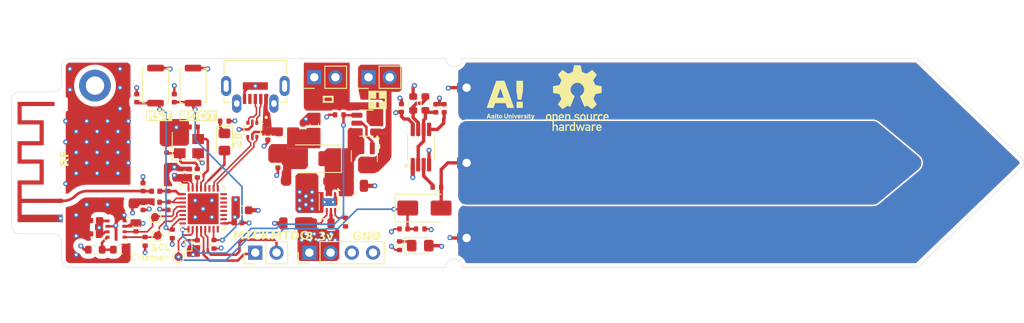
<source format=kicad_pcb>
(kicad_pcb (version 20240108) (generator "pcbnew") (generator_version "8.0")
  (layers (0 "F.Cu" signal) (1 "In1.Cu" signal) (2 "In2.Cu" signal) (31 "B.Cu" signal) (34 "B.Paste" user) (35 "F.Paste" user) (36 "B.SilkS" user "B.Silkscreen") (37 "F.SilkS" user "F.Silkscreen") (38 "B.Mask" user) (39 "F.Mask" user) (44 "Edge.Cuts" user))
  (net 0 "")
  (net 1 "Net-(AE1-A)")
  (net 2 "GND")
  (net 3 "/PWR/LOAD")
  (net 4 "+5V")
  (net 5 "+3.3V")
  (net 6 "Net-(U4-GPIO9)")
  (net 7 "Net-(U4-XTAL_N)")
  (net 8 "Net-(C9-Pad2)")
  (net 9 "+3.3VA")
  (net 10 "Net-(U4-LNA_IN)")
  (net 11 "Net-(U4-CHIP_EN)")
  (net 12 "Net-(D2-K)")
  (net 13 "/MCU/DEBUG")
  (net 14 "Net-(D4-K)")
  (net 15 "/MCU/CAP_TIMER")
  (net 16 "/Sensors/sensor_cap")
  (net 17 "+BATT")
  (net 18 "Net-(J5-Pin_2)")
  (net 19 "Net-(J5-Pin_1)")
  (net 20 "Net-(U2-SW)")
  (net 21 "Net-(Q1-G)")
  (net 22 "/MCU/Battery_stat")
  (net 23 "Net-(U2-PG)")
  (net 24 "Net-(U4-XTAL_P)")
  (net 25 "/MCU/SCL")
  (net 26 "/MCU/SDA")
  (net 27 "Net-(U5-SDO)")
  (net 31 "/MCU/USB_D-")
  (net 39 "/MCU/USB_D+")
  (net 40 "/Sensors/Q")
  (net 41 "Net-(U7-CV)")
  (net 42 "Net-(U7-THR)")
  (net 43 "Net-(U7-DIS)")
  (net 46 "VBUS")
  (net 48 "/PWR/D+")
  (net 49 "/PWR/D-")
  (footprint "Capacitor_SMD:C_0402_1005Metric" (layer "F.Cu") (at 140.9425 120.4125)
    (property "Reference" "C26" (hide yes))
    (property "Value" "1n")
  )
  (footprint "Diode_SMD:D_SOD-923" (layer "F.Cu") (at 115.2 122.2 90)
    (property "Reference" "D3" (hide yes))
    (property "Value" "SZESD9B5.0ST5G")
  )
  (footprint "Package_DFN_QFN:QFN-32-1EP_5x5mm_P0.5mm_EP3.7x3.7mm" (layer "F.Cu") (at 116.95 118)
    (property "Reference" "U4" (hide yes))
    (property "Value" "ESP32-C3FH4X")
  )
  (footprint "Package_SO:VSSOP-8_3x3mm_P0.65mm" (layer "F.Cu") (at 143.025 110.6125 90)
    (property "Reference" "U7" (hide yes))
    (property "Value" "TLC555xPS")
  )
  (footprint "Connector_PinHeader_2.54mm:PinHeader_1x02_P2.54mm_Vertical" (layer "F.Cu") (at 123.195 123.25 90)
    (property "Reference" "J5" (hide yes))
    (property "Value" "Conn_01x02")
  )
  (footprint "Capacitor_SMD:C_0603_1608Metric" (layer "F.Cu") (at 130.25 108 90)
    (property "Reference" "C5" (hide yes))
    (property "Value" "10u")
  )
  (footprint "LED_SMD:LED_0805_2012Metric_Pad1.15x1.40mm_HandSolder" (layer "F.Cu") (at 142.9425 122.4125)
    (property "Reference" "D2" (hide yes))
    (property "Value" "LED")
  )
  (footprint "Capacitor_SMD:C_0402_1005Metric" (layer "F.Cu") (at 144.8075 105.9625 90)
    (property "Reference" "C25" (hide yes))
    (property "Value" "470p")
  )
  (footprint "Capacitor_SMD:C_0805_2012Metric" (layer "F.Cu") (at 127.5 119.75 180)
    (property "Reference" "C6" (hide yes))
    (property "Value" "22u")
  )
  (footprint "Capacitor_SMD:C_0805_2012Metric" (layer "F.Cu") (at 135.25 115.25)
    (property "Reference" "C1" (hide yes))
    (property "Value" "22u")
  )
  (footprint "Capacitor_SMD:C_0603_1608Metric" (layer "F.Cu") (at 131 114.7 180)
    (property "Reference" "C2" (hide yes))
    (property "Value" "10u")
  )
  (footprint "Diode_SMD:D_SMA" (layer "F.Cu") (at 143.4425 117.9125)
    (property "Reference" "D5" (hide yes))
    (property "Value" "SS14")
  )
  (footprint "Connector_PinHeader_2.54mm:PinHeader_1x04_P2.54mm_Vertical" (layer "F.Cu") (at 129.67 123.25 90)
    (property "Reference" "J3" (hide yes))
    (property "Value" "Conn_01x04")
  )
  (footprint "Resistor_SMD:R_0402_1005Metric" (layer "F.Cu") (at 119.5 107.5)
    (property "Reference" "R10" (hide yes))
    (property "Value" "1k")
  )
  (footprint "Resistor_SMD:R_0402_1005Metric" (layer "F.Cu") (at 116.25 113.74 90)
    (property "Reference" "R7" (hide yes))
    (property "Value" "10")
  )
  (footprint "Resistor_SMD:R_0603_1608Metric" (layer "F.Cu") (at 142.0925 105.3875 90)
    (property "Reference" "R14" (hide yes))
    (property "Value" "330")
  )
  (footprint "Resistor_SMD:R_0402_1005Metric" (layer "F.Cu") (at 113.25 121 90)
    (property "Reference" "R11" (hide yes))
    (property "Value" "5.1k")
  )
  (footprint "UJ2-MIBH2-4-SMT-TR:CUI_UJ2-MIBH2-4-SMT-TR" (layer "F.Cu") (at 123.2 102.75 180)
    (property "Reference" "J4" (hide yes))
    (property "Value" "UJ2-MIBH2-4-SMT-TR")
  )
  (footprint "Capacitor_SMD:C_0402_1005Metric" (layer "F.Cu") (at 112.75 117.655 -90)
    (property "Reference" "C12" (hide yes))
    (property "Value" "100n")
  )
  (footprint "Project_Library:Moisture_sensor_pads" (layer "F.Cu") (at 147.5 125 90)
    (property "Reference" "S1" (hide yes))
    (property "Value" "~")
  )
  (footprint "Capacitor_SMD:C_0402_1005Metric" (layer "F.Cu") (at 114.25 113.73 90)
    (property "Reference" "C18" (hide yes))
    (property "Value" "100n")
  )
  (footprint "RF_Antenna:Texas_SWRA117D_2.4GHz_Right" (layer "F.Cu") (at 99.875 117.05 90)
    (property "Reference" "AE1" (hide yes))
    (property "Value" "Antenna_Shield")
  )
  (footprint "Package_TO_SOT_SMD:SOT-23" (layer "F.Cu") (at 136.25 111.6875 -90)
    (property "Reference" "Q1" (hide yes))
    (property "Value" "AO3401A")
  )
  (footprint "silkscreen-pictures:aalto" (layer "F.Cu") (at 153.75 105)
    (property "Reference" "G***" (hide yes))
    (property "Value" "LOGO" (hide yes))
  )
  (footprint "Button_Switch_SMD:SW_Push_SPST_NO_Alps_SKRK" (layer "F.Cu") (at 115.75 103.25 90)
    (property "Reference" "SW1" (hide yes))
    (property "Value" "Boot")
  )
  (footprint "Resistor_SMD:R_0402_1005Metric" (layer "F.Cu") (at 134 119.6 90)
    (property "Reference" "R4" (hide yes))
    (property "Value" "100k")
  )
  (footprint "Resistor_SMD:R_0603_1608Metric" (layer "F.Cu") (at 143.5575 105.3875 -90)
    (property "Reference" "R16" (hide yes))
    (property "Value" "1.6k")
  )
  (footprint "TestPoint:TestPoint_Pad_D1.0mm" (layer "F.Cu") (at 111.2 119 90)
    (property "Reference" "TP1" (hide yes))
    (property "Value" "TestPoint")
  )
  (footprint "Resistor_SMD:R_0402_1005Metric" (layer "F.Cu") (at 108.9 120.2 -90)
    (property "Reference" "R8" (hide yes))
    (property "Value" "4.7k")
  )
  (footprint "Package_TO_SOT_SMD:SOT-666" (layer "F.Cu") (at 122.8375 108.55 -90)
    (property "Reference" "U3" (hide yes))
    (property "Value" "USBLC6-2P6")
  )
  (footprint "Capacitor_SMD:C_0402_1005Metric" (layer "F.Cu") (at 112.75 115.405 90)
    (property "Reference" "C15" (hide yes))
    (property "Value" "3.3p")
  )
  (footprint "MountingHole:MountingHole_2.2mm_M2_DIN965_Pad" (layer "F.Cu") (at 104 103.25 90)
    (property "Reference" "H1" (hide yes))
    (property "Value" "MountingHole")
  )
  (footprint "Capacitor_SMD:C_0402_1005Metric" (layer "F.Cu") (at 112.6 110.8 -90)
    (property "Reference" "C9" (hide yes))
    (property "Value" "9p")
  )
  (footprint "Capacitor_SMD:C_0402_1005Metric" (layer "F.Cu") (at 128.9 108.37 90)
    (property "Reference" "C4" (hide yes))
    (property "Value" "100n")
  )
  (footprint "Capacitor_SMD:C_0402_1005Metric" (layer "F.Cu") (at 115.8 108.2)
    (property "Reference" "C8" (hide yes))
    (property "Value" "9p")
  )
  (footprint "Capacitor_SMD:C_0402_1005Metric" (layer "F.Cu") (at 104 119.4 180)
    (property "Reference" "C22" (hide yes))
    (property "Value" "100n")
  )
  (footprint "Capacitor_SMD:C_0402_1005Metric" (layer "F.Cu") (at 140.6925 105.9325 90)
    (property "Reference" "C24" (hide yes))
    (property "Value" "100n")
  )
  (footprint "Capacitor_SMD:C_0402_1005Metric" (layer "F.Cu") (at 113.5 104.75 -90)
    (property "Reference" "C7" (hide yes))
    (property "Value" "100n")
  )
  (footprint "Capacitor_SMD:C_0402_1005Metric" (layer "F.Cu") (at 115.25 113.73 90)
    (property "Reference" "C19" (hide yes))
    (property "Value" "100n")
  )
  (footprint "Button_Switch_SMD:SW_Push_SPST_NO_Alps_SKRK" (layer "F.Cu") (at 111.25 103.25 90)
    (property "Reference" "SW2" (hide yes))
    (property "Value" "Reset")
  )
  (footprint "TestPoint:TestPoint_Pad_D1.0mm" (layer "F.Cu") (at 111.5 121.2 90)
    (property "Reference" "TP2" (hide yes))
    (property "Value" "TestPoint")
  )
  (footprint "Inductor_SMD:L_0603_1608Metric" (layer "F.Cu") (at 126.8 108.85)
    (property "Reference" "L1" (hide yes))
    (property "Value" "2.2n")
  )
  (footprint "Capacitor_SMD:C_0402_1005Metric" (layer "F.Cu") (at 109 104.75 90)
    (property "Reference" "C20" (hide yes))
    (property "Value" "100n")
  )
  (footprint "Package_SON:WSON-8-1EP_2x2mm_P0.5mm_EP0.9x1.6mm_ThermalVias" (layer "F.Cu") (at 132 117.2 -90)
    (property "Reference" "U2" (hide yes))
    (property "Value" "TPS62172DSG")
  )
  (footprint "Resistor_SMD:R_0402_1005Metric" (layer "F.Cu") (at 142.9425 120.4125 180)
    (property "Reference" "R17" (hide yes))
    (property "Value" "1M")
  )
  (footprint "Resistor_SMD:R_0603_1608Metric" (layer "F.Cu") (at 104.025 122.9)
    (property "Reference" "R12" (hide yes))
    (property "Value" "0")
  )
  (footprint "Package_LGA:Bosch_LGA-8_2.5x2.5mm_P0.65mm_ClockwisePinNumbering" (layer "F.Cu") (at 106.525 120.425 -90)
    (property "Reference" "U5" (hide yes))
    (property "Value" "BME280")
  )
  (footprint "Capacitor_SMD:C_0402_1005Metric" (layer "F.Cu") (at 104 121 180)
    (property "Reference" "C21" (hide yes))
    (property "Value" "100n")
  )
  (footprint "Capacitor_SMD:C_0402_1005Metric" (layer "F.Cu") (at 116.25 122.25 -90)
    (property "Reference" "C16" (hide yes))
    (property "Value" "100n")
  )
  (footprint "Capacitor_SMD:C_0402_1005Metric" (layer "F.Cu") (at 124.7 109.25 -90)
    (property "Reference" "C3" (hide yes))
    (property "Value" "100n")
  )
  (footprint "Resistor_SMD:R_0402_1005Metric" (layer "F.Cu") (at 140.4675 122.4225 -90)
    (property "Reference" "R5" (hide yes))
    (property "Value" "1k")
  )
  (footprint "TestPoint:TestPoint_Pad_D1.0mm" (layer "F.Cu") (at 114 123.75)
    (property "Reference" "TP3" (hide yes))
    (property "Value" "TestPoint")
  )
  (footprint "silkscreen-pictures:open_source" (layer "F.Cu") (at 161.75 104.75)
    (property "Reference" "G***" (hide yes))
    (property "Value" "LOGO" (hide yes))
  )
  (footprint "Resistor_SMD:R_0402_1005Metric" (layer "F.Cu") (at 110 121.9 90)
    (property "Reference" "R9" (hide yes))
    (property "Value" "4.7k")
  )
  (footprint "Capacitor_SMD:C_0603_1608Metric" (layer "F.Cu") (at 107.7 117.4 180)
    (property "Reference" "C10" (hide yes))
    (property "Value" "10u")
  )
  (footprint "Package_TO_SOT_SMD:TSOT-23-6" (layer "F.Cu") (at 136.5 107.75 180)
    (property "Reference" "U1" (hide yes))
    (property "Value" "LTC4412xS6")
  )
  (footprint "Capacitor_SMD:C_0603_1608Metric" (layer "F.Cu") (at 127.8 114.7)
    (property "Reference" "C5" (hide yes))
    (property "Value" "10u")
  )
  (footprint "Resistor_SMD:R_0402_1005Metric" (layer "F.Cu") (at 118.25 122.25 90)
    (property "Reference" "R6" (hide yes))
    (property "Value" "5.1k")
  )
  (footprint "Capacitor_SMD:C_0402_1005Metric" (layer "F.Cu") (at 145.8075 105.9625 90)
    (property "Reference" "C23" (hide yes))
    (property "Value" "10n")
  )
  (footprint "Inductor_SMD:L_0805_2012Metric" (layer "F.Cu") (at 131.2 119.75 180)
    (property "Reference" "L2" (hide yes))
    (property "Value" "2.2u")
  )
  (footprint "Diode_SMD:D_SMA" (layer "F.Cu") (at 130 112 180)
    (property "Reference" "D1" (hide yes))
    (property "Value" "SS14")
  )
  (footprint "Capacitor_SMD:C_0402_1005Metric" (layer "F.Cu") (at 109.75 115.4 90)
    (property "Reference" "C17" (hide yes))
    (property "Value" "3.3p")
  )
  (footprint "Resistor_SMD:R_0402_1005Metric" (layer "F.Cu") (at 133.25 106.75)
    (property "Reference" "R1" (hide yes))
    (property "Value" "470k")
  )
  (footprint "Connector_PinHeader_2.54mm:PinHeader_1x02_P2.54mm_Vertical" (layer "F.Cu") (at 136.75 102.25 90)
    (property "Reference" "J1" (hide yes))
    (property "Value" "Conn_01x02")
  )
  (footprint "Crystal:Crystal_SMD_3225-4Pin_3.2x2.5mm" (layer "F.Cu") (at 115.25 110.5)
    (property "Reference" "Y1" (hide yes))
    (property "Value" "40MHz")
  )
  (footprint "Inductor_SMD:L_0402_1005Metric" (layer "F.Cu") (at 111.265 115.9)
    (property "Reference" "L4" (hide yes))
    (property "Value" "2.2n")
  )
  (footprint "Capacitor_SMD:C_0402_1005Metric" (layer "F.Cu") (at 125.9 112.6 -90)
    (property "Reference" "C4" (hide yes))
    (property "Value" "100n")
  )
  (footprint "Connector_PinHeader_2.54mm:PinHeader_1x02_P2.54mm_Vertical" (layer "F.Cu") (at 130.25 102.25 90)
    (property "Reference" "J2" (hide yes))
    (property "Value" "Conn_01x02")
  )
  (footprint "Capacitor_SMD:C_0402_1005Metric" (layer "F.Cu") (at 109.75 117.655 -90)
    (property "Reference" "C11" (hide yes))
    (property "Value" "100n")
  )
  (footprint "Resistor_SMD:R_0603_1608Metric" (layer "F.Cu") (at 107.025 122.9)
    (property "Reference" "R13" (hide yes))
    (property "Value" "0")
  )
  (footprint "Resistor_SMD:R_0402_1005Metric" (layer "F.Cu") (at 144.9425 115.4125)
    (property "Reference" "R15" (hide yes))
    (property "Value" "10k")
  )
  (footprint "Inductor_SMD:L_0402_1005Metric" (layer "F.Cu") (at 111.25 117.215 180)
    (property "Reference" "L3" (hide yes))
    (property "Value" "2.2n")
  )
  (footprint "Capacitor_SMD:C_0603_1608Metric" (layer "F.Cu") (at 121.62 118.175)
    (property "Reference" "C14" (hide yes))
    (property "Value" "10u")
  )
  (footprint "LED_SMD:LED_0805_2012Metric_Pad1.15x1.40mm_HandSolder" (layer "F.Cu") (at 119.5 110 -90)
    (property "Reference" "D4" (hide yes))
    (property "Value" "LED")
  )
  (footprint "Capacitor_SMD:C_0402_1005Metric" (layer "F.Cu") (at 121.1 119.675)
    (property "Reference" "C13" (hide yes))
    (property "Value" "100n")
  )
  (gr_arc (start 100 101) (mid 100.292893 100.292893) (end 101 100) (stroke (width 0.05)) (layer "Edge.Cuts"))
  (gr_arc (start 95 121) (mid 94.292893 120.707107) (end 94 120) (stroke (width 0.05)) (layer "Edge.Cuts"))
  (gr_line (start 145.5 125) (end 146 125) (stroke (width 0.05)) (layer "Edge.Cuts"))
  (gr_line (start 101 100) (end 145.5 100) (stroke (width 0.05)) (layer "Edge.Cuts"))
  (gr_arc (start 101 125) (mid 100.292893 124.707107) (end 100 124) (stroke (width 0.05)) (layer "Edge.Cuts"))
  (gr_arc (start 148 100) (mid 147 101) (end 146 100) (stroke (width 0.05)) (layer "Edge.Cuts"))
  (gr_arc (start 99 121) (mid 99.707107 121.292893) (end 100 122) (stroke (width 0.05)) (layer "Edge.Cuts"))
  (gr_line (start 99 104) (end 95 104) (stroke (width 0.05)) (layer "Edge.Cuts"))
  (gr_line (start 100 101) (end 100 103) (stroke (width 0.05)) (layer "Edge.Cuts"))
  (gr_line (start 214.999999 112.999999) (end 202.5 125) (stroke (width 0.05)) (layer "Edge.Cuts"))
  (gr_line (start 202.5 100) (end 214.999999 112.000001) (stroke (width 0.05)) (layer "Edge.Cuts"))
  (gr_line (start 148 100) (end 202.5 100) (stroke (width 0.05)) (layer "Edge.Cuts"))
  (gr_line (start 99 121) (end 95 121) (stroke (width 0.05)) (layer "Edge.Cuts"))
  (gr_arc (start 146 125) (mid 147 124) (end 148 125) (stroke (width 0.05)) (layer "Edge.Cuts"))
  (gr_line (start 94 105) (end 94 120) (stroke (width 0.05)) (layer "Edge.Cuts"))
  (gr_line (start 148 125) (end 202.5 125) (stroke (width 0.05)) (layer "Edge.Cuts"))
  (gr_arc (start 214.999999 112.000001) (mid 215.207105 112.5) (end 214.999999 112.999999) (stroke (width 0.05)) (layer "Edge.Cuts"))
  (gr_arc (start 94 105) (mid 94.292893 104.292893) (end 95 104) (stroke (width 0.05)) (layer "Edge.Cuts"))
  (gr_line (start 145.5 100) (end 146 100) (stroke (width 0.05)) (layer "Edge.Cuts"))
  (gr_line (start 100 124) (end 100 122) (stroke (width 0.05)) (layer "Edge.Cuts"))
  (gr_arc (start 100 103) (mid 99.707107 103.707107) (end 99 104) (stroke (width 0.05)) (layer "Edge.Cuts"))
  (gr_line (start 101 125) (end 145.5 125) (stroke (width 0.05)) (layer "Edge.Cuts"))
  (gr_text "BOOT" (at 114.1 107.55 0) (layer "F.SilkS" knockout) (effects (font (size 1 1) (thickness 0.2) (bold yes)) (justify left bottom)))
  (gr_text "3.3v" (at 129.2 121.95 0) (layer "F.SilkS") (effects (font (size 1 1) (thickness 0.2) (bold yes)) (justify left bottom)))
  (gr_text "SCL" (at 110.7 123.15 0) (layer "F.SilkS") (effects (font (size 0.8 0.8) (thickness 0.15) (bold yes)) (justify left bottom)))
  (gr_text "RST" (at 110.1 107.55 0) (layer "F.SilkS" knockout) (effects (font (size 1 1) (thickness 0.2) (bold yes)) (justify left bottom)))
  (gr_text "28" (at 121.75 110.75 90) (layer "F.SilkS") (effects (font (size 1 1) (thickness 0.2) (bold yes)) (justify left bottom)))
  (gr_text "MTCK" (at 120.5 121.85 0) (layer "F.SilkS") (effects (font (size 1 1) (thickness 0.2) (bold yes)) (justify left bottom)))
  (gr_text "GND" (at 134.78 121.92 0) (layer "F.SilkS") (effects (font (size 1 1) (thickness 0.2) (bold yes)) (justify left bottom)))
  (gr_text "C-timer" (at 108.2 124.35 0) (layer "F.SilkS") (effects (font (size 0.8 0.8) (thickness 0.15) (bold yes)) (justify left bottom)))
  (gr_text "-" (at 132.5 103.75 180) (layer "F.SilkS" knockout) (effects (font (size 2 2) (thickness 0.2) (bold yes)) (justify left bottom)))
  (gr_text "+" (at 139 103.75 180) (layer "F.SilkS" knockout) (effects (font (size 2 2) (thickness 0.2) (bold yes)) (justify left bottom)))
  (gr_text "RF" (at 101 113 90) (layer "F.SilkS") (effects (font (size 1 1) (thickness 0.2) (bold yes)) (justify left bottom)))
  (gr_text "MTDO" (at 125 121.85 0) (layer "F.SilkS") (effects (font (size 1 1) (thickness 0.2) (bold yes)) (justify left bottom)))
  (segment (start 103.047314 115.88) (end 109.75 115.88) (width 0.32) (layer "F.Cu") (net 1))
  (segment (start 109.77 115.9) (end 109.75 115.88) (width 0.3) (layer "F.Cu") (net 1))
  (segment (start 110.78 115.9) (end 109.77 115.9) (width 0.32) (layer "F.Cu") (net 1))
  (arc (start 101.635 116.465) (mid 102.282975 116.032037) (end 103.047314 115.88) (width 0.32) (layer "F.Cu") (net 1))
  (arc (start 100.222685 117.05) (mid 100.987024 116.897964) (end 101.635 116.465) (width 0.32) (layer "F.Cu") (net 1))
  (segment (start 106.4 120.1) (end 106.5 120) (width 0.3) (layer "F.Cu") (net 2))
  (segment (start 116.35 112) (end 116.85 112.5) (width 0.3) (layer "F.Cu") (net 2))
  (segment (start 125.9 113.08) (end 125.9 113.85) (width 0.3) (layer "F.Cu") (net 2))
  (segment (start 122.25 108.5) (end 121.25 108.5) (width 0.3) (layer "F.Cu") (net 2))
  (segment (start 109.75 114.92) (end 109.75 114.15) (width 0.3) (layer "F.Cu") (net 2))
  (segment (start 144.8075 105.4825) (end 145.25 105.4825) (width 0.4) (layer "F.Cu") (net 2))
  (segment (start 111.84629 118.135) (end 112.75 118.135) (width 0.3) (layer "F.Cu") (net 2))
  (segment (start 122.8375 107.625) (end 122.8375 108.042656) (width 0.3) (layer "F.Cu") (net 2))
  (segment (start 132.75 116.95) (end 132.5 117.2) (width 0.3) (layer "F.Cu") (net 2))
  (segment (start 110.383134 118.135) (end 110.494845 118.023289) (width 0.3) (layer "F.Cu") (net 2))
  (segment (start 122.42 119.675) (end 122.445 119.7) (width 0.3) (layer "F.Cu") (net 2))
  (segment (start 145.25 105.4825) (end 145.25 104.75) (width 0.4) (layer "F.Cu") (net 2))
  (segment (start 122.8375 108.042656) (end 122.380156 108.5) (width 0.3) (layer "F.Cu") (net 2))
  (segment (start 113.5 104.27) (end 113.5 103.25) (width 0.3) (layer "F.Cu") (net 2))
  (segment (start 120.01 107.5) (end 120.725 107.5) (width 0.3) (layer "F.Cu") (net 2))
  (segment (start 107.55 118.8) (end 107.55 119.45) (width 0.3) (layer "F.Cu") (net 2))
  (segment (start 114.55 109.65) (end 114.15 109.65) (width 0.3) (layer "F.Cu") (net 2))
  (segment (start 126.55 119.75) (end 125.5 119.75) (width 0.5) (layer "F.Cu") (net 2))
  (segment (start 111.746289 118.034999) (end 111.84629 118.135) (width 0.3) (layer "F.Cu") (net 2))
  (segment (start 136.2 115.25) (end 137.5 115.25) (width 0.5) (layer "F.Cu") (net 2))
  (segment (start 124.7 109.73) (end 124.7 110.05) (width 0.3) (layer "F.Cu") (net 2))
  (segment (start 139.9325 122.9325) (end 139.5 122.5) (width 0.2) (layer "F.Cu") (net 2))
  (segment (start 117.4 101.15) (end 117.5 101.25) (width 0.3) (layer "F.Cu") (net 2))
  (segment (start 116.35 111.35) (end 116.25 111.35) (width 0.3) (layer "F.Cu") (net 2))
  (segment (start 146.35 103.5) (end 146.3 103.55) (width 0.4) (layer "F.Cu") (net 2))
  (segment (start 132.75 116.25) (end 132.75 116.95) (width 0.3) (layer "F.Cu") (net 2))
  (segment (start 121.9 103.95) (end 122.55 103.3) (width 0.3) (layer "F.Cu") (net 2))
  (segment (start 140.6925 105.4525) (end 140.6925 104.9425) (width 0.4) (layer "F.Cu") (net 2))
  (segment (start 145.25 105.4825) (end 145.8075 105.4825) (width 0.4) (layer "F.Cu") (net 2))
  (segment (start 122.55 103.3) (end 123.2 103.3) (width 0.3) (layer "F.Cu") (net 2))
  (segment (start 148.5 121.5) (end 146.55 121.5) (width 0.4) (layer "F.Cu") (net 2))
  (segment (start 142.05 114.25) (end 142.05 112.725) (width 0.5) (layer "F.Cu") (net 2))
  (segment (start 146.55 121.5) (end 146.5 121.45) (width 0.4) (layer "F.Cu") (net 2))
  (segment (start 120.725 107.5) (end 120.75 107.475) (width 0.3) (layer "F.Cu") (net 2))
  (segment (start 109.75 118.135) (end 110.383134 118.135) (width 0.3) (layer "F.Cu") (net 2))
  (segment (start 140.4625 120.4125) (end 139.8375 120.4125) (width 0.2) (layer "F.Cu") (net 2))
  (segment (start 148.5 103.5) (end 146.35 103.5) (width 0.4) (layer "F.Cu") (net 2))
  (segment (start 111.25 101.15) (end 112.9 101.15) (width 0.3) (layer "F.Cu") (net 2))
  (segment (start 105.5 120.1) (end 106.4 120.1) (width 0.3) (layer "F.Cu") (net 2))
  (segment (start 116.35 111.35) (end 116.35 112) (width 0.3) (layer "F.Cu") (net 2))
  (segment (start 139.8375 120.4125) (end 139.5 120.75) (width 0.2) (layer "F.Cu") (net 2))
  (segment (start 121.9 104.85) (end 121.9 103.95) (width 0.3) (layer "F.Cu") (net 2))
  (segment (start 143.4525 120.4125) (end 144.1625 120.4125) (width 0.2) (layer "F.Cu") (net 2))
  (segment (start 122.395 118.175) (end 123.52 118.175) (width 0.5) (layer "F.Cu") (net 2))
  (segment (start 107.5 118.75) (end 107.55 118.8) (width 0.3) (layer "F.Cu") (net 2))
  (segment (start 109 104.27) (end 109 103.5) (width 0.3) (layer "F.Cu") (net 2))
  (segment (start 115.75 101.15) (end 117.4 101.15) (width 0.3) (layer "F.Cu") (net 2))
  (segment (start 121.58 119.675) (end 122.42 119.675) (width 0.3) (layer "F.Cu") (net 2))
  (segment (start 113.75 109.25) (end 113.75 108.25) (width 0.3) (layer "F.Cu") (net 2))
  (segment (start 140.4675 122.9325) (end 139.9325 122.9325) (width 0.2) (layer "F.Cu") (net 2))
  (segment (start 112.9 101.15) (end 113 101.25) (width 0.3) (layer "F.Cu") (net 2))
  (segment (start 124.7 110.05) (end 124.25 110.5) (width 0.3) (layer "F.Cu") (net 2))
  (segment (start 144.1625 120.4125) (end 144.25 120.5) (width 0.2) (layer "F.Cu") (net 2))
  (segment (start 125.9 113.85) (end 125.75 114) (width 0.3) (layer "F.Cu") (net 2))
  (segment (start 123.52 118.175) (end 123.545 118.2) (width 0.5) (layer "F.Cu") (net 2))
  (segment (start 114.15 109.65) (end 113.75 109.25) (width 0.3) (layer "F.Cu") (net 2))
  (segment (start 140.6925 104.9425) (end 140.5 104.75) (width 0.4) (layer "F.Cu") (net 2))
  (segment (start 122.380156 108.5) (end 122.25 108.5) (width 0.3) (layer "F.Cu") (net 2))
  (via (at 100.5 112.5) (size 0.6) (drill 0.3) (layers "F.Cu" "B.Cu") (net 2))
  (via (at 106.5 120) (size 0.6) (drill 0.3) (layers "F.Cu" "B.Cu") (net 2))
  (via (at 104.25 111.25) (size 0.6) (drill 0.3) (layers "F.Cu" "B.Cu") (net 2))
  (via (at 101.75 108.75) (size 0.6) (drill 0.3) (layers "F.Cu" "B.Cu") (net 2))
  (via (at 129.25 117.5) (size 0.6) (drill 0.3) (layers "F.Cu" "B.Cu") (net 2))
  (via (at 125.75 114) (size 0.6) (drill 0.3) (layers "F.Cu" "B.Cu") (net 2))
  (via (at 125.5 119.75) (size 0.6) (drill 0.3) (layers "F.Cu" "B.Cu") (net 2))
  (via (at 101 103.75) (size 0.6) (drill 0.3) (layers "F.Cu" "B.Cu") (net 2))
  (via (at 123.2 103.3) (size 0.6) (drill 0.3) (layers "F.Cu" "B.Cu") (net 2))
  (via (at 113.5 113) (size 0.6) (drill 0.3) (layers "F.Cu" "B.Cu") (net 2))
  (via (at 129.25 116.5) (size 0.6) (drill 0.3) (layers "F.Cu" "B.Cu") (net 2))
  (via (at 116.95 118) (size 0.6) (drill 0.3) (layers "F.Cu" "B.Cu") (net 2))
  (via (at 101.75 123.5) (size 0.6) (drill 0.3) (layers "F.Cu" "B.Cu") (net 2))
  (via (at 128.5 117) (size 0.6) (drill 0.3) (layers "F.Cu" "B.Cu") (net 2))
  (via (at 140.5 104.75) (size 0.6) (drill 0.3) (layers "F.Cu" "B.Cu") (net 2))
  (via (at 128.5 118) (size 0.6) (drill 0.3) (layers "F.Cu" "B.Cu") (net 2))
  (via (at 100.5 107.5) (size 0.6) (drill 0.3) (layers "F.Cu" "B.Cu") (net 2))
  (via (at 130 117) (size 0.6) (drill 0.3) (layers "F.Cu" "B.Cu") (net 2))
  (via (at 106.75 111.25) (size 0.6) (drill 0.3) (layers "F.Cu" "B.Cu") (net 2))
  (via (at 128.5 116) (size 0.6) (drill 0.3) (layers "F.Cu" "B.Cu") (net 2))
  (via (at 106.75 113.75) (size 0.6) (drill 0.3) (layers "F.Cu" "B.Cu") (net 2))
  (via (at 101.75 121.25) (size 0.6) (drill 0.3) (layers "F.Cu" "B.Cu") (net 2))
  (via (at 146.5 121.45) (size 0.6) (drill 0.3) (layers "F.Cu" "B.Cu") (net 2))
  (via (at 145.25 104.75) (size 0.6) (drill 0.3) (layers "F.Cu" "B.Cu") (net 2))
  (via (at 118 117) (size 0.6) (drill 0.3) (layers "F.Cu" "B.Cu") (net 2))
  (via (at 105.5 117.5) (size 0.6) (drill 0.3) (layers "F.Cu" "B.Cu") (net 2))
  (via (at 101.75 113.75) (size 0.6) (drill 0.3) (layers "F.Cu" "B.Cu") (net 2))
  (via (at 108 110) (size 0.6) (drill 0.3) (layers "F.Cu" "B.Cu") (net 2))
  (via (at 100.5 115) (size 0.6) (drill 0.3) (layers "F.Cu" "B.Cu") (net 2))
  (via (at 103 117.5) (size 0.6) (drill 0.3) (layers "F.Cu" "B.Cu") (net 2))
  (via (at 104.25 108.75) (size 0.6) (drill 0.3) (layers "F.Cu" "B.Cu") (net 2))
  (via (at 107 103.5) (size 0.6) (drill 0.3) (layers "F.Cu" "B.Cu") (net 2))
  (via (at 105.5 110) (size 0.6) (drill 0.3) (layers "F.Cu" "B.Cu") (net 2))
  (via (at 103 110) (size 0.6) (drill 0.3) (layers "F.Cu" "B.Cu") (net 2))
  (via (at 113 101.25) (size 0.6) (drill 0.3) (layers "F.Cu" "B.Cu") (net 2))
  (via (at 130 116) (size 0.6) (drill 0.3) (layers "F.Cu" "B.Cu") (net 2))
  (via (at 116.85 112.5) (size 0.6) (drill 0.3) (layers "F.Cu" "B.Cu") (net 2))
  (via (at 139.5 122.5) (size 0.6) (drill 0.3) (layers "F.Cu" "B.Cu") (net 2))
  (via (at 122.445 119.7) (size 0.6) (drill 0.3) (layers "F.Cu" "B.Cu") (net 2))
  (via (at 144.25 120.5) (size 0.6) (drill 0.3) (layers "F.Cu" "B.Cu") (net 2))
  (via (at 124.25 110.5) (size 0.6) (drill 0.3) (layers "F.Cu" "B.Cu") (net 2))
  (via (at 100.5 110) (size 0.6) (drill 0.3) (layers "F.Cu" "B.Cu") (net 2))
  (via (at 101.75 118.75) (size 0.6) (drill 0.3) (layers "F.Cu" "B.Cu") (net 2))
  (via (at 139.5 120.75) (size 0.6) (drill 0.3) (layers "F.Cu" "B.Cu") (net 2))
  (via (at 118 119) (size 0.6) (drill 0.3) (layers "F.Cu" "B.Cu") (net 2))
  (via (at 107 106) (size 0.6) (drill 0.3) (layers "F.Cu" "B.Cu") (net 2))
  (via (at 115.75 123.5) (size 0.6) (drill 0.3) (layers "F.Cu" "B.Cu") (net 2))
  (via (at 116.95 118) (size 0.6) (drill 0.3) (layers "F.Cu" "B.Cu") (net 2))
  (via (at 116 119) (size 0.6) (drill 0.3) (layers "F.Cu" "B.Cu") (net 2))
  (via (at 113.5 103.25) (size 0.6) (drill 0.3) (layers "F.Cu" "B.Cu") (net 2))
  (via (at 109.75 114.15) (size 0.6) (drill 0.3) (layers "F.Cu" "B.Cu") (net 2))
  (via (at 129.25 107.25) (size 0.6) (drill 0.3) (layers "F.Cu" "B.Cu") (net 2))
  (via (at 120.75 107.475) (size 0.6) (drill 0.3) (layers "F.Cu" "B.Cu") (net 2))
  (via (at 110.494845 118.023289) (size 0.6) (drill 0.3) (layers "F.Cu" "B.Cu") (net 2))
  (via (at 101 101.25) (size 0.6) (drill 0.3) (layers "F.Cu" "B.Cu") (net 2))
  (via (at 107.5 118.75) (size 0.6) (drill 0.3) (layers "F.Cu" "B.Cu") (net 2))
  (via (at 137.5 115.25) (size 0.6) (drill 0.3) (layers "F.Cu" "B.Cu") (net 2))
  (via (at 105.5 107.5) (size 0.6) (drill 0.3) (layers "F.Cu" "B.Cu") (net 2))
  (via (at 142.05 114.25) (size 0.6) (drill 0.3) (layers "F.Cu" "B.Cu") (net 2))
  (via (at 103 112.5) (size 0.6) (drill 0.3) (layers "F.Cu" "B.Cu") (net 2))
  (via (at 111.746289 118.034999) (size 0.6) (drill 0.3) (layers "F.Cu" "B.Cu") (net 2))
  (via (at 130 118) (size 0.6) (drill 0.3) (layers "F.Cu" "B.Cu") (net 2))
  (via (at 103 107.5) (size 0.6) (drill 0.3) (layers "F.Cu" "B.Cu") (net 2))
  (via (at 108 112.5) (size 0.6) (drill 0.3) (layers "F.Cu" "B.Cu") (net 2))
  (via (at 109 103.5) (size 0.6) (drill 0.3) (layers "F.Cu" "B.Cu") (net 2))
  (via (at 107 101.25) (size 0.6) (drill 0.3) (layers "F.Cu" "B.Cu") (net 2))
  (via (at 116 117) (size 0.6) (drill 0.3) (layers "F.Cu" "B.Cu") (net 2))
  (via (at 146.3 103.55) (size 0.6) (drill 0.3) (layers "F.Cu" "B.Cu") (net 2))
  (via (at 104.25 113.75) (size 0.6) (drill 0.3) (layers "F.Cu" "B.Cu") (net 2))
  (via (at 108 107.5) (size 0.6) (drill 0.3) (layers "F.Cu" "B.Cu") (net 2))
  (via (at 101.75 111.25) (size 0.6) (drill 0.3) (layers "F.Cu" "B.Cu") (net 2))
  (via (at 113.75 108.25) (size 0.6) (drill 0.3) (layers "F.Cu" "B.Cu") (net 2))
  (via (at 105.5 112.5) (size 0.6) (drill 0.3) (layers "F.Cu" "B.Cu") (net 2))
  (via (at 121.25 108.5) (size 0.6) (drill 0.3) (layers "F.Cu" "B.Cu") (net 2))
  (via (at 123.545 118.2) (size 0.6) (drill 0.3) (layers "F.Cu" "B.Cu") (net 2))
  (via (at 106.75 108.75) (size 0.6) (drill 0.3) (layers "F.Cu" "B.Cu") (net 2))
  (via (at 117.5 101.25) (size 0.6) (drill 0.3) (layers "F.Cu" "B.Cu") (net 2))
  (segment (start 131.775 112.225) (end 132 112) (width 0.3) (layer "F.Cu") (net 3))
  (segment (start 131.75 114.725) (end 131.775 114.7) (width 0.3) (layer "F.Cu") (net 3))
  (segment (start 135.3 108.7625) (end 135.3625 108.7) (width 0.3) (layer "F.Cu") (net 3))
  (segment (start 132.25 115.914904) (end 132.25 116.25) (width 0.3) (layer "F.Cu") (net 3))
  (segment (start 132 112) (end 132.0625 112) (width 0.3) (layer "F.Cu") (net 3))
  (segment (start 127.5875 108.85) (end 128.9 108.85) (width 0.3) (layer "F.Cu") (net 4))
  (segment (start 125.9 112.12) (end 125.93 112.12) (width 0.3) (layer "F.Cu") (net 4))
  (segment (start 145.4125 122.4125) (end 145.5 122.5) (width 0.4) (layer "F.Cu") (net 5))
  (segment (start 114.6 122) (end 114.6 122.3) (width 0.2) (layer "F.Cu") (net 5))
  (segment (start 131.25 119.5) (end 131 119.75) (width 0.2) (layer "F.Cu") (net 5))
  (segment (start 116.2 120.45) (end 116.2 121.72) (width 0.2) (layer "F.Cu") (net 5))
  (segment (start 116.25 121.77) (end 115.21 121.77) (width 0.3) (layer "F.Cu") (net 5))
  (segment (start 114.25 114.65) (end 114.25 114.21) (width 0.2) (layer "F.Cu") (net 5))
  (segment (start 115.21 121.77) (end 115.2 121.78) (width 0.3) (layer "F.Cu") (net 5))
  (segment (start 115.2 121.78) (end 114.82 121.78) (width 0.2) (layer "F.Cu") (net 5))
  (segment (start 132 106.75) (end 131.75 107) (width 0.3) (layer "F.Cu") (net 5))
  (segment (start 105.5 120.75) (end 105.25 120.75) (width 0.3) (layer "F.Cu") (net 5))
  (segment (start 119.4 119.75) (end 119.9 119.75) (width 0.3) (layer "F.Cu") (net 5))
  (segment (start 113.25 121.51) (end 113.25 122.25) (width 0.3) (layer "F.Cu") (net 5))
  (segment (start 140.6925 106.4125) (end 140.0875 106.4125) (width 0.4) (layer "F.Cu") (net 5))
  (segment (start 104.48 121) (end 104.975 121) (width 0.3) (layer "F.Cu") (net 5))
  (segment (start 109.69 119.69) (end 109.75 119.75) (width 0.3) (layer "F.Cu") (net 5))
  (segment (start 103.2 122.9) (end 102.75 122.9) (width 0.3) (layer "F.Cu") (net 5))
  (segment (start 119.04 122.76) (end 118.25 122.76) (width 0.2) (layer "F.Cu") (net 5))
  (segment (start 116.2 121.72) (end 116.25 121.77) (width 0.2) (layer "F.Cu") (net 5))
  (segment (start 142.05 108.5) (end 142.05 107.8) (width 0.4) (layer "F.Cu") (net 5))
  (segment (start 104.975 121) (end 105.1 120.875) (width 0.3) (layer "F.Cu") (net 5))
  (segment (start 105.5 119.45) (end 104.53 119.45) (width 0.3) (layer "F.Cu") (net 5))
  (segment (start 108.9 119.69) (end 109.69 119.69) (width 0.3) (layer "F.Cu") (net 5))
  (segment (start 131.75 118.15) (end 131.75 118.75) (width 0.2) (layer "F.Cu") (net 5))
  (segment (start 108.475 118.475) (end 108.5 118.5) (width 0.3) (layer "F.Cu") (net 5))
  (segment (start 120.025 119.675) (end 120.62 119.675) (width 0.3) (layer "F.Cu") (net 5))
  (segment (start 144 112.725) (end 144 111) (width 0.4) (layer "F.Cu") (net 5))
  (segment (start 140.0875 106.4125) (end 140 106.5) (width 0.4) (layer "F.Cu") (net 5))
  (segment (start 141.5 107.25) (end 141 107.25) (width 0.4) (layer "F.Cu") (net 5))
  (segment (start 115.7 115) (end 115.25 114.55) (width 0.2) (layer "F.Cu") (net 5))
  (segment (start 102.75 122.9) (end 102.3 122.45) (width 0.3) (layer "F.Cu") (net 5))
  (segment (start 114.82 121.78) (end 114.7 121.9) (width 0.2) (layer "F.Cu") (net 5))
  (segment (start 105.25 120.75) (end 105.1 120.9) (width 0.3) (layer "F.Cu") (net 5))
  (segment (start 115.7 115.55) (end 115.7 115) (width 0.2) (layer "F.Cu") (net 5))
  (segment (start 131.25 119.25) (end 131.25 119.5) (width 0.2) (layer "F.Cu") (net 5))
  (segment (start 143.9675 122.4125) (end 145.4125 122.4125) (width 0.4) (layer "F.Cu") (net 5))
  (segment (start 142.05 107.8) (end 141.5 107.25) (width 0.4) (layer "F.Cu") (net 5))
  (segment (start 119.1 122.7) (end 119.04 122.76) (width 0.2) (layer "F.Cu") (net 5))
  (segment (start 140.6925 106.9425) (end 140.6925 106.4125) (width 0.4) (layer "F.Cu") (net 5))
  (segment (start 115.2 115) (end 115.1 114.9) (width 0.2) (layer "F.Cu") (net 5))
  (segment (start 131.75 118.75) (end 131.25 119.25) (width 0.2) (layer "F.Cu") (net 5))
  (segment (start 141 107.25) (end 140.6925 106.9425) (width 0.4) (layer "F.Cu") (net 5))
  (segment (start 130.1375 119.75) (end 128.45 119.75) (width 0.5) (layer "F.Cu") (net 5))
  (segment (start 140.6925 106.4125) (end 140.6925 106.4625) (width 0.5) (layer "F.Cu") (net 5))
  (segment (start 108.475 117.4) (end 108.475 118.475) (width 0.3) (layer "F.Cu") (net 5))
  (segment (start 114.5 114.9) (end 114.25 114.65) (width 0.2) (layer "F.Cu") (net 5))
  (segment (start 115.1 114.9) (end 114.5 114.9) (width 0.2) (layer "F.Cu") (net 5))
  (segment (start 104.53 119.45) (end 104.48 119.4) (width 0.3) (layer "F.Cu") (net 5))
  (segment (start 131 119.75) (end 130.1375 119.75) (width 0.2) (layer "F.Cu") (net 5))
  (segment (start 115.25 114.55) (end 115.25 114.21) (width 0.2) (layer "F.Cu") (net 5))
  (segment (start 132.74 106.75) (end 132 106.75) (width 0.3) (layer "F.Cu") (net 5))
  (segment (start 142.0925 103.4075) (end 142.25 103.25) (width 0.4) (layer "F.Cu") (net 5))
  (segment (start 115.2 115.55) (end 115.2 115) (width 0.2) (layer "F.Cu") (net 5))
  (segment (start 142.0925 104.5625) (end 142.0925 103.4075) (width 0.4) (layer "F.Cu") (net 5))
  (segment (start 114.7 121.9) (end 114.6 122) (width 0.2) (layer "F.Cu") (net 5))
  (segment (start 110 122.41) (end 110 123.25) (width 0.3) (layer "F.Cu") (net 5))
  (via (at 131.75 121.75) (size 0.6) (drill 0.3) (layers "F.Cu" "B.Cu") (net 5))
  (via (at 113.25 122.25) (size 0.6) (drill 0.3) (layers "F.Cu" "B.Cu") (net 5))
  (via (at 128.75 121.75) (size 0.6) (drill 0.3) (layers "F.Cu" "B.Cu") (net 5))
  (via (at 114.6 122.3) (size 0.6) (drill 0.3) (layers "F.Cu" "B.Cu") (net 5))
  (via (at 132.25 121) (size 0.6) (drill 0.3) (layers "F.Cu" "B.Cu") (net 5))
  (via (at 129.75 121.75) (size 0.6) (drill 0.3) (layers "F.Cu" "B.Cu") (net 5))
  (via (at 108.5 118.5) (size 0.6) (drill 0.3) (layers "F.Cu" "B.Cu") (net 5))
  (via (at 132.75 121.75) (size 0.6) (drill 0.3) (layers "F.Cu" "B.Cu") (net 5))
  (via (at 110 123.25) (size 0.6) (drill 0.3) (layers "F.Cu" "B.Cu") (net 5))
  (via (at 129.25 121) (size 0.6) (drill 0.3) (layers "F.Cu" "B.Cu") (net 5))
  (via (at 113.5 114) (size 0.6) (drill 0.3) (layers "F.Cu" "B.Cu") (net 5))
  (via (at 130.75 121.75) (size 0.6) (drill 0.3) (layers "F.Cu" "B.Cu") (net 5))
  (via (at 120.845 116.9) (size 0.6) (drill 0.3) (layers "F.Cu" "B.Cu") (net 5))
  (via (at 120.745 119) (size 0.6) (drill 0.3) (layers "F.Cu" "B.Cu") (net 5))
  (via (at 145.5 122.5) (size 0.6) (drill 0.3) (layers "F.Cu" "B.Cu") (net 5))
  (via (at 130.25 121) (size 0.6) (drill 0.3) (layers "F.Cu" "B.Cu") (net 5))
  (via (at 142.25 103.25) (size 0.6) (drill 0.3) (layers "F.Cu" "B.Cu") (net 5))
  (via (at 131.25 121) (size 0.6) (drill 0.3) (layers "F.Cu" "B.Cu") (net 5))
  (via (at 109.75 119.75) (size 0.6) (drill 0.3) (layers "F.Cu" "B.Cu") (net 5))
  (via (at 102.3 122.45) (size 0.6) (drill 0.3) (layers "F.Cu" "B.Cu") (net 5))
  (via (at 140 106.5) (size 0.6) (drill 0.3) (layers "F.Cu" "B.Cu") (net 5))
  (via (at 131.75 107) (size 0.6) (drill 0.3) (layers "F.Cu" "B.Cu") (net 5))
  (via (at 144 111) (size 0.6) (drill 0.3) (layers "F.Cu" "B.Cu") (net 5))
  (via (at 119.1 122.7) (size 0.6) (drill 0.3) (layers "F.Cu" "B.Cu") (net 5))
  (via (at 104.5 120.25) (size 0.6) (drill 0.3) (layers "F.Cu" "B.Cu") (net 5))
  (segment (start 113.5 105.23) (end 115.63 105.23) (width 0.3) (layer "F.Cu") (net 6))
  (segment (start 116 106.1) (end 116 106.3) (width 0.2) (layer "F.Cu") (net 6))
  (segment (start 118.2 120.45) (end 118.2 121.69) (width 0.2) (layer "F.Cu") (net 6))
  (segment (start 118.25 121.74) (end 119.24 121.74) (width 0.2) (layer "F.Cu") (net 6))
  (segment (start 118.2 121.69) (end 118.25 121.74) (width 0.2) (layer "F.Cu") (net 6))
  (segment (start 115.75 105.85) (end 116 106.1) (width 0.3) (layer "F.Cu") (net 6))
  (segment (start 115.63 105.23) (end 115.75 105.35) (width 0.3) (layer "F.Cu") (net 6))
  (segment (start 115.75 105.35) (end 115.75 105.85) (width 0.3) (layer "F.Cu") (net 6))
  (via (at 119.25 121.75) (size 0.6) (drill 0.3) (layers "F.Cu" "B.Cu") (net 6))
  (via (at 116 106.1) (size 0.6) (drill 0.3) (layers "F.Cu" "B.Cu") (net 6))
  (segment (start 116 109.75) (end 121.6 115.35) (width 0.2) (layer "B.Cu") (net 6))
  (segment (start 121.6 115.35) (end 121.6 119.4) (width 0.2) (layer "B.Cu") (net 6))
  (segment (start 116 106.1) (end 116 109.75) (width 0.2) (layer "B.Cu") (net 6))
  (segment (start 121.6 119.4) (end 119.25 121.75) (width 0.2) (layer "B.Cu") (net 6))
  (segment (start 117 114.15) (end 117 114.55) (width 0.2) (layer "F.Cu") (net 7))
  (segment (start 117 114.15) (end 117 113.9) (width 0.3) (layer "F.Cu") (net 7))
  (segment (start 117.5 109.85) (end 117.3 109.65) (width 0.3) (layer "F.Cu") (net 7))
  (segment (start 116.7 114.85) (end 116.7 115.55) (width 0.2) (layer "F.Cu") (net 7))
  (segment (start 116.35 108.27) (end 116.28 108.2) (width 0.3) (layer "F.Cu") (net 7))
  (segment (start 117 114.55) (end 116.7 114.85) (width 0.2) (layer "F.Cu") (net 7))
  (segment (start 117.3 109.65) (end 116.35 109.65) (width 0.3) (layer "F.Cu") (net 7))
  (segment (start 117 113.9) (end 117.5 113.4) (width 0.3) (layer "F.Cu") (net 7))
  (segment (start 117.5 113.4) (end 117.5 109.85) (width 0.3) (layer "F.Cu") (net 7))
  (segment (start 116.35 109.65) (end 116.35 108.27) (width 0.3) (layer "F.Cu") (net 7))
  (segment (start 114.15 111.35) (end 112.67 111.35) (width 0.3) (layer "F.Cu") (net 8))
  (segment (start 114.4 112.5) (end 116 112.5) (width 0.3) (layer "F.Cu") (net 8))
  (segment (start 114.2 112.3) (end 114.4 112.5) (width 0.3) (layer "F.Cu") (net 8))
  (segment (start 116.25 112.75) (end 116.25 113.23) (width 0.3) (layer "F.Cu") (net 8))
  (segment (start 114.2 111.4) (end 114.2 112.3) (width 0.3) (layer "F.Cu") (net 8))
  (segment (start 112.67 111.35) (end 112.6 111.28) (width 0.3) (layer "F.Cu") (net 8))
  (segment (start 114.15 111.35) (end 114.2 111.4) (width 0.3) (layer "F.Cu") (net 8))
  (segment (start 116 112.5) (end 116.25 112.75) (width 0.3) (layer "F.Cu") (net 8))
  (segment (start 113.4 117.25) (end 113.325 117.175) (width 0.2) (layer "F.Cu") (net 9))
  (segment (start 112.75 117.175) (end 111.775 117.175) (width 0.2) (layer "F.Cu") (net 9))
  (segment (start 113.75 116.75) (end 113.325 117.175) (width 0.2) (layer "F.Cu") (net 9))
  (segment (start 114.5 117.25) (end 113.4 117.25) (width 0.2) (layer "F.Cu") (net 9))
  (segment (start 114.5 116.75) (end 113.75 116.75) (width 0.2) (layer "F.Cu") (net 9))
  (segment (start 113.325 117.175) (end 112.75 117.175) (width 0.2) (layer "F.Cu") (net 9))
  (segment (start 111.775 117.175) (end 111.735 117.215) (width 0.2) (layer "F.Cu") (net 9))
  (segment (start 113.685 115.885) (end 112.75 115.885) (width 0.32) (layer "F.Cu") (net 10))
  (segment (start 111.765 115.885) (end 111.75 115.9) (width 0.3) (layer "F.Cu") (net 10))
  (segment (start 114.5 116.25) (end 114.05 116.25) (width 0.3) (layer "F.Cu") (net 10))
  (segment (start 114.05 116.25) (end 113.685 115.885) (width 0.3) (layer "F.Cu") (net 10))
  (segment (start 112.75 115.885) (end 111.765 115.885) (width 0.32) (layer "F.Cu") (net 10))
  (segment (start 113.25 120.49) (end 112.74 120.49) (width 0.2) (layer "F.Cu") (net 11))
  (segment (start 109.12 105.35) (end 109 105.23) (width 0.3) (layer "F.Cu") (net 11))
  (segment (start 111.75 106.1) (end 111.75 105.85) (width 0.2) (layer "F.Cu") (net 11))
  (segment (start 112.74 120.49) (end 112.5 120.25) (width 0.2) (layer "F.Cu") (net 11))
  (segment (start 113.25 120.085614) (end 113.25 120.49) (width 0.2) (layer "F.Cu") (net 11))
  (segment (start 114.085614 119.25) (end 113.25 120.085614) (width 0.2) (layer "F.Cu") (net 11))
  (segment (start 111.25 105.35) (end 109.12 105.35) (width 0.3) (layer "F.Cu") (net 11))
  (segment (start 114.5 119.25) (end 114.085614 119.25) (width 0.2) (layer "F.Cu") (net 11))
  (segment (start 111.75 105.85) (end 111.25 105.35) (width 0.2) (layer "F.Cu") (net 11))
  (via (at 111.75 106.1) (size 0.6) (drill 0.3) (layers "F.Cu" "B.Cu") (net 11))
  (via (at 112.5 120.25) (size 0.6) (drill 0.3) (layers "F.Cu" "B.Cu") (net 11))
  (segment (start 111.9 106.25) (end 111.75 106.1) (width 0.2) (layer "B.Cu") (net 11))
  (segment (start 112.5 113) (end 112.5 106.5) (width 0.2) (layer "B.Cu") (net 11))
  (segment (start 112.25 106.25) (end 112 106.25) (width 0.2) (layer "B.Cu") (net 11))
  (segment (start 112 106.25) (end 111.9 106.25) (width 0.2) (layer "B.Cu") (net 11))
  (segment (start 112.5 120.25) (end 112.5 113) (width 0.2) (layer "B.Cu") (net 11))
  (segment (start 112.5 106.5) (end 112.25 106.25) (width 0.2) (layer "B.Cu") (net 11))
  (segment (start 141.9175 122.4125) (end 141.9175 122.3875) (width 0.3) (layer "F.Cu") (net 12))
  (segment (start 141.4425 121.9125) (end 140.4675 121.9125) (width 0.3) (layer "F.Cu") (net 12))
  (segment (start 141.4425 121.9125) (end 141.9175 122.3875) (width 0.3) (layer "F.Cu") (net 12))
  (segment (start 117.6 114.6) (end 117.2 115) (width 0.2) (layer "F.Cu") (net 13))
  (segment (start 119.5 112.7) (end 117.6 114.6) (width 0.3) (layer "F.Cu") (net 13))
  (segment (start 117.2 115) (end 117.2 115.55) (width 0.2) (layer "F.Cu") (net 13))
  (segment (start 119.5 111.025) (end 119.5 112.7) (width 0.3) (layer "F.Cu") (net 13))
  (segment (start 119.5 108.75) (end 118.99 108.24) (width 0.3) (layer "F.Cu") (net 14))
  (segment (start 119.5 108.975) (end 119.5 108.75) (width 0.3) (layer "F.Cu") (net 14))
  (segment (start 118.99 108.24) (end 118.99 107.5) (width 0.3) (layer "F.Cu") (net 14))
  (segment (start 114 121.8) (end 114.65 121.15) (width 0.2) (layer "F.Cu") (net 15))
  (segment (start 114.65 121.15) (end 115.45 121.15) (width 0.2) (layer "F.Cu") (net 15))
  (segment (start 115.45 121.15) (end 115.7 120.9) (width 0.2) (layer "F.Cu") (net 15))
  (segment (start 114 123.75) (end 114 121.8) (width 0.2) (layer "F.Cu") (net 15))
  (segment (start 141.4225 117.9325) (end 141.4425 117.9125) (width 0.3) (layer "F.Cu") (net 15))
  (segment (start 142.4325 120.4125) (end 141.4225 120.4125) (width 0.3) (layer "F.Cu") (net 15))
  (segment (start 115.7 120.9) (end 115.7 120.45) (width 0.2) (layer "F.Cu") (net 15))
  (segment (start 141.305 118.05) (end 141.4425 117.9125) (width 0.2) (layer "F.Cu") (net 15))
  (segment (start 139.8 118.05) (end 141.305 118.05) (width 0.2) (layer "F.Cu") (net 15))
  (segment (start 141.4225 120.4125) (end 141.4225 117.9325) (width 0.3) (layer "F.Cu") (net 15))
  (via (at 139.8 118.05) (size 0.6) (drill 0.3) (layers "F.Cu" "B.Cu") (net 15))
  (via (at 114 123.75) (size 0.6) (drill 0.3) (layers "F.Cu" "B.Cu") (net 15))
  (segment (start 126.15 120.85) (end 126.6 120.4) (width 0.2) (layer "B.Cu") (net 15))
  (segment (start 135.4 118.05) (end 139.8 118.05) (width 0.2) (layer "B.Cu") (net 15))
  (segment (start 133.05 120.4) (end 135.4 118.05) (width 0.2) (layer "B.Cu") (net 15))
  (segment (start 114.4 124.15) (end 119.7 124.15) (width 0.2) (layer "B.Cu") (net 15))
  (segment (start 114 123.75) (end 114.4 124.15) (width 0.2) (layer "B.Cu") (net 15))
  (segment (start 119.7 124.15) (end 123 120.85) (width 0.2) (layer "B.Cu") (net 15))
  (segment (start 123 120.85) (end 126.15 120.85) (width 0.2) (layer "B.Cu") (net 15))
  (segment (start 126.6 120.4) (end 133.05 120.4) (width 0.2) (layer "B.Cu") (net 15))
  (segment (start 145.4525 115.4125) (end 145.4525 117.9025) (width 0.4) (layer "F.Cu") (net 16))
  (segment (start 145.4525 113.2975) (end 146.25 112.5) (width 0.4) (layer "F.Cu") (net 16))
  (segment (start 146.25 112.5) (end 148.5 112.5) (width 0.4) (layer "F.Cu") (net 16))
  (segment (start 145.4525 117.9025) (end 145.4425 117.9125) (width 0.4) (layer "F.Cu") (net 16))
  (segment (start 145.4425 115.4225) (end 145.4525 115.4125) (width 0.4) (layer "F.Cu") (net 16))
  (segment (start 145.4525 115.4125) (end 145.4525 113.2975) (width 0.4) (layer "F.Cu") (net 16))
  (segment (start 139.2 108.2) (end 139.2 108) (width 0.5) (layer "F.Cu") (net 17))
  (segment (start 136.25 112.625) (end 138.375 112.625) (width 0.4) (layer "F.Cu") (net 17))
  (segment (start 138.9 108.5) (end 139.2 108.2) (width 0.5) (layer "F.Cu") (net 17))
  (segment (start 138.7 108.7) (end 138.9 108.5) (width 0.4) (layer "F.Cu") (net 17))
  (segment (start 139.2 107.6) (end 139.2 102.34) (width 0.6) (layer "F.Cu") (net 17))
  (segment (start 139.2 111.8) (end 139.2 108.2) (width 0.4) (layer "F.Cu") (net 17))
  (segment (start 139.2 108) (end 139.2 107.6) (width 0.5) (layer "F.Cu") (net 17))
  (segment (start 139.2 102.34) (end 139.29 102.25) (width 0.6) (layer "F.Cu") (net 17))
  (segment (start 137.6375 108.7) (end 138.7 108.7) (width 0.4) (layer "F.Cu") (net 17))
  (segment (start 138.375 112.625) (end 139.2 111.8) (width 0.4) (layer "F.Cu") (net 17))
  (segment (start 117.5 123.1) (end 117.9 123.5) (width 0.3) (layer "F.Cu") (net 18))
  (segment (start 121.3 123.1) (end 121.3 122.1) (width 0.3) (layer "F.Cu") (net 18))
  (segment (start 121.7 121.7) (end 125.4 121.7) (width 0.3) (layer "F.Cu") (net 18))
  (segment (start 117.5 121.4) (end 117.5 122.8) (width 0.2) (layer "F.Cu") (net 18))
  (segment (start 121.3 122.1) (end 121.7 121.7) (width 0.3) (layer "F.Cu") (net 18))
  (segment (start 125.4 121.7) (end 125.735 122.035) (width 0.3) (layer "F.Cu") (net 18))
  (segment (start 117.9 123.5) (end 120.9 123.5) (width 0.3) (layer "F.Cu") (net 18))
  (segment (start 125.735 122.035) (end 125.735 123.25) (width 0.3) (layer "F.Cu") (net 18))
  (segment (start 117.2 121.1) (end 117.5 121.4) (width 0.2) (layer "F.Cu") (net 18))
  (segment (start 117.5 122.8) (end 117.5 123.1) (width 0.3) (layer "F.Cu") (net 18))
  (segment (start 117.2 120.45) (end 117.2 121.1) (width 0.2) (layer "F.Cu") (net 18))
  (segment (start 120.9 123.5) (end 121.3 123.1) (width 0.3) (layer "F.Cu") (net 18))
  (segment (start 117 123) (end 117 123.5) (width 0.3) (layer "F.Cu") (net 19))
  (segment (start 117.7 124.2) (end 121.1 124.2) (width 0.3) (layer "F.Cu") (net 19))
  (segment (start 117 123.5) (end 117.7 124.2) (width 0.3) (layer "F.Cu") (net 19))
  (segment (start 116.7 120.45) (end 116.7 121.2) (width 0.2) (layer "F.Cu") (net 19))
  (segment (start 116.7 121.2) (end 117 121.5) (width 0.2) (layer "F.Cu") (net 19))
  (segment (start 121.9 123.4) (end 123.045 123.4) (width 0.3) (layer "F.Cu") (net 19))
  (segment (start 121.1 124.2) (end 121.9 123.4) (width 0.3) (layer "F.Cu") (net 19))
  (segment (start 123.045 123.4) (end 123.195 123.25) (width 0.3) (layer "F.Cu") (net 19))
  (segment (start 117 121.5) (end 117 123) (width 0.2) (layer "F.Cu") (net 19))
  (segment (start 132.25 119.7375) (end 132.2625 119.75) (width 0.3) (layer "F.Cu") (net 20))
  (segment (start 132.25 118.75) (end 132.2625 118.7625) (width 0.4) (layer "F.Cu") (net 20))
  (segment (start 132.25 118.15) (end 132.25 118.75) (width 0.3) (layer "F.Cu") (net 20))
  (segment (start 132.2625 118.7625) (end 132.2625 119.75) (width 0.4) (layer "F.Cu") (net 20))
  (segment (start 136.5 109.25) (end 136.5 108.225001) (width 0.3) (layer "F.Cu") (net 21))
  (segment (start 137.2 110.75) (end 137.2 109.95) (width 0.3) (layer "F.Cu") (net 21))
  (segment (start 136.5 108.225001) (end 136.024999 107.75) (width 0.3) (layer "F.Cu") (net 21))
  (segment (start 137.2 109.95) (end 136.5 109.25) (width 0.3) (layer "F.Cu") (net 21))
  (segment (start 136.024999 107.75) (end 135.3625 107.75) (width 0.3) (layer "F.Cu") (net 21))
  (segment (start 135.3625 106.8) (end 133.81 106.8) (width 0.3) (layer "F.Cu") (net 22))
  (segment (start 133.81 106.8) (end 133.76 106.75) (width 0.3) (layer "F.Cu") (net 22))
  (segment (start 133.76 107.99) (end 133.75 108) (width 0.3) (layer "F.Cu") (net 22))
  (segment (start 114.55 120.45) (end 114.5 120.5) (width 0.2) (layer "F.Cu") (net 22))
  (segment (start 115.2 120.45) (end 114.55 120.45) (width 0.2) (layer "F.Cu") (net 22))
  (segment (start 133.76 106.75) (end 133.76 107.99) (width 0.3) (layer "F.Cu") (net 22))
  (via (at 133.75 108) (size 0.6) (drill 0.3) (layers "F.Cu" "B.Cu") (net 22))
  (via (at 114.5 120.5) (size 0.6) (drill 0.3) (layers "F.Cu" "B.Cu") (net 22))
  (segment (start 122.7 120.35) (end 125.748529 120.35) (width 0.2) (layer "B.Cu") (net 22))
  (segment (start 132.65 119.85) (end 133.75 118.75) (width 0.2) (layer "B.Cu") (net 22))
  (segment (start 133.75 118.75) (end 133.75 109.5) (width 0.2) (layer "B.Cu") (net 22))
  (segment (start 119.75 123.3) (end 122.7 120.35) (width 0.2) (layer "B.Cu") (net 22))
  (segment (start 114.5 121.25) (end 116.55 123.3) (width 0.2) (layer "B.Cu") (net 22))
  (segment (start 126.248529 119.85) (end 132.65 119.85) (width 0.2) (layer "B.Cu") (net 22))
  (segment (start 133.75 109.5) (end 133.75 108) (width 0.2) (layer "B.Cu") (net 22))
  (segment (start 133.75 109.75) (end 133.75 109.5) (width 0.2) (layer "B.Cu") (net 22))
  (segment (start 125.748529 120.35) (end 126.248529 119.85) (width 0.2) (layer "B.Cu") (net 22))
  (segment (start 114.5 120.5) (end 114.5 121.25) (width 0.2) (layer "B.Cu") (net 22))
  (segment (start 116.55 123.3) (end 119.75 123.3) (width 0.2) (layer "B.Cu") (net 22))
  (segment (start 132.7625 118.7625) (end 133.09 119.09) (width 0.2) (layer "F.Cu") (net 23))
  (segment (start 132.75 118.15) (end 132.75 118.25) (width 0.2) (layer "F.Cu") (net 23))
  (segment (start 133.09 119.09) (end 134 119.09) (width 0.2) (layer "F.Cu") (net 23))
  (segment (start 132.7625 118.2625) (end 132.7625 118.7625) (width 0.2) (layer "F.Cu") (net 23))
  (segment (start 132.75 118.25) (end 132.7625 118.2625) (width 0.2) (layer "F.Cu") (net 23))
  (segment (start 116.2 115) (end 116.25 114.95) (width 0.2) (layer "F.Cu") (net 24))
  (segment (start 116.2 115.55) (end 116.2 115) (width 0.2) (layer "F.Cu") (net 24))
  (segment (start 116.25 114.95) (end 116.25 114.25) (width 0.2) (layer "F.Cu") (net 24))
  (segment (start 114.5 118.25) (end 114.085614 118.25) (width 0.2) (layer "F.Cu") (net 25))
  (segment (start 113 119.5) (end 112.4 119.5) (width 0.2) (layer "F.Cu") (net 25))
  (segment (start 111.7 120.2) (end 111.7 120.9) (width 0.2) (layer "F.Cu") (net 25))
  (segment (start 113 119.5) (end 112.9 119.5) (width 0.2) (layer "F.Cu") (net 25))
  (segment (start 113.165686 119.5) (end 113 119.5) (width 0.2) (layer "F.Cu") (net 25))
  (segment (start 111.7 120.9) (end 111.2 121.4) (width 0.2) (layer "F.Cu") (net 25))
  (segment (start 114.085614 118.25) (end 113.8 118.535614) (width 0.2) (layer "F.Cu") (net 25))
  (segment (start 112.4 119.5) (end 111.7 120.2) (width 0.2) (layer "F.Cu") (net 25))
  (segment (start 111.2 121.4) (end 107.55 121.4) (width 0.2) (layer "F.Cu") (net 25))
  (segment (start 113.8 118.865686) (end 113.165686 119.5) (width 0.2) (layer "F.Cu") (net 25))
  (segment (start 113.8 118.535614) (end 113.8 118.865686) (width 0.2) (layer "F.Cu") (net 25))
  (segment (start 110.25 120.75) (end 107.55 120.75) (width 0.2) (layer "F.Cu") (net 26))
  (segment (start 113.4 118.7) (end 113.2 118.9) (width 0.2) (layer "F.Cu") (net 26))
  (segment (start 114.5 117.75) (end 113.85 117.75) (width 0.2) (layer "F.Cu") (net 26))
  (segment (start 113.4 118.2) (end 113.4 118.7) (width 0.2) (layer "F.Cu") (net 26))
  (segment (start 113.85 117.75) (end 113.4 118.2) (width 0.2) (layer "F.Cu") (net 26))
  (segment (start 110.9 119.3) (end 110.9 120.1) (width 0.2) (layer "F.Cu") (net 26))
  (segment (start 110.9 120.1) (end 110.25 120.75) (width 0.2) (layer "F.Cu") (net 26))
  (segment (start 111.3 118.9) (end 110.9 119.3) (width 0.2) (layer "F.Cu") (net 26))
  (segment (start 113.2 118.9) (end 111.3 118.9) (width 0.2) (layer "F.Cu") (net 26))
  (segment (start 104.85 122.05) (end 104.85 122.9) (width 0.3) (layer "F.Cu") (net 27))
  (segment (start 104.85 122.9) (end 106.2 122.9) (width 0.3) (layer "F.Cu") (net 27))
  (segment (start 105.5 121.4) (end 104.85 122.05) (width 0.3) (layer "F.Cu") (net 27))
  (segment (start 123.0275 110.128266) (end 123.0275 110.591202) (width 0.18) (layer "F.Cu") (net 31))
  (segment (start 123.2775 109.878266) (end 123.0275 110.128266) (width 0.18) (layer "F.Cu") (net 31))
  (segment (start 118.7 115.275) (end 118.7 115.55) (width 0.18) (layer "F.Cu") (net 31))
  (segment (start 118.64 114.978702) (end 118.64 115.215) (width 0.18) (layer "F.Cu") (net 31))
  (segment (start 118.64 115.215) (end 118.7 115.275) (width 0.18) (layer "F.Cu") (net 31))
  (segment (start 123.2775 109.872501) (end 123.2775 109.878266) (width 0.18) (layer "F.Cu") (net 31))
  (segment (start 123.375 109.4) (end 123.375 109.775001) (width 0.18) (layer "F.Cu") (net 31))
  (segment (start 123.375 109.775001) (end 123.2775 109.872501) (width 0.18) (layer "F.Cu") (net 31))
  (segment (start 123.0275 110.591202) (end 118.64 114.978702) (width 0.18) (layer "F.Cu") (net 31))
  (segment (start 118.26 114.821298) (end 118.26 115.215) (width 0.18) (layer "F.Cu") (net 39))
  (segment (start 122.3975 109.878266) (end 122.6475 110.128266) (width 0.18) (layer "F.Cu") (net 39))
  (segment (start 122.3 109.775001) (end 122.3975 109.872501) (width 0.18) (layer "F.Cu") (net 39))
  (segment (start 122.6475 110.433798) (end 118.26 114.821298) (width 0.18) (layer "F.Cu") (net 39))
  (segment (start 118.26 115.215) (end 118.2 115.275) (width 0.18) (layer "F.Cu") (net 39))
  (segment (start 122.3975 109.872501) (end 122.3975 109.878266) (width 0.18) (layer "F.Cu") (net 39))
  (segment (start 122.6475 110.128266) (end 122.6475 110.433798) (width 0.18) (layer "F.Cu") (net 39))
  (segment (start 118.2 115.275) (end 118.2 115.55) (width 0.18) (layer "F.Cu") (net 39))
  (segment (start 122.3 109.4) (end 122.3 109.775001) (width 0.18) (layer "F.Cu") (net 39))
  (segment (start 143.35 114.07) (end 143.35 112.725) (width 0.4) (layer "F.Cu") (net 40))
  (segment (start 144.4325 115.4125) (end 144.4325 115.1525) (width 0.4) (layer "F.Cu") (net 40))
  (segment (start 144.4325 115.1525) (end 143.35 114.07) (width 0.4) (layer "F.Cu") (net 40))
  (segment (start 144 108.5) (end 145 108.5) (width 0.4) (layer "F.Cu") (net 41))
  (segment (start 145.75 107.25) (end 145.8075 107.1925) (width 0.4) (layer "F.Cu") (net 41))
  (segment (start 145 108.5) (end 145.75 107.75) (width 0.4) (layer "F.Cu") (net 41))
  (segment (start 145.8075 107.1925) (end 145.8075 106.4425) (width 0.4) (layer "F.Cu") (net 41))
  (segment (start 145.75 107.75) (end 145.75 107.25) (width 0.4) (layer "F.Cu") (net 41))
  (segment (start 143.35 109.9) (end 143.35 108.5) (width 0.4) (layer "F.Cu") (net 42))
  (segment (start 143.5575 107.1925) (end 143.5575 106.2125) (width 0.4) (layer "F.Cu") (net 42))
  (segment (start 143.35 107.4) (end 143.5575 107.1925) (width 0.4) (layer "F.Cu") (net 42))
  (segment (start 143.35 108.5) (end 143.35 107.4) (width 0.4) (layer "F.Cu") (net 42))
  (segment (start 143.7875 106.4425) (end 143.5575 106.2125) (width 0.4) (layer "F.Cu") (net 42))
  (segment (start 144.8075 106.4425) (end 143.7875 106.4425) (width 0.4) (layer "F.Cu") (net 42))
  (segment (start 142.7 112.725) (end 142.7 110.55) (width 0.4) (layer "F.Cu") (net 42))
  (segment (start 142.7 110.55) (end 143.35 109.9) (width 0.4) (layer "F.Cu") (net 42))
  (segment (start 143.5575 104.5625) (end 143.5575 104.9425) (width 0.4) (layer "F.Cu") (net 43))
  (segment (start 142.0925 105.77) (end 142.0925 106.2125) (width 0.4) (layer "F.Cu") (net 43))
  (segment (start 142.7 108.5) (end 142.7 107.7) (width 0.4) (layer "F.Cu") (net 43))
  (segment (start 142.7 107.7) (end 142.0925 107.0925) (width 0.4) (layer "F.Cu") (net 43))
  (segment (start 142.0925 107.0925) (end 142.0925 106.2125) (width 0.4) (layer "F.Cu") (net 43))
  (segment (start 143.1375 105.3625) (end 142.5 105.3625) (width 0.4) (layer "F.Cu") (net 43))
  (segment (start 143.5575 104.9425) (end 143.1375 105.3625) (width 0.4) (layer "F.Cu") (net 43))
  (segment (start 142.0575 106.3275) (end 142.0575 106.2125) (width 0.5) (layer "F.Cu") (net 43))
  (segment (start 142.5 105.3625) (end 142.0925 105.77) (width 0.4) (layer "F.Cu") (net 43))
  (segment (start 122.8375 109.057344) (end 123.094844 108.8) (width 0.3) (layer "F.Cu") (net 46))
  (segment (start 122.8375 109.475) (end 122.8375 109.057344) (width 0.3) (layer "F.Cu") (net 46))
  (segment (start 124.72 108.85) (end 124.7 108.83) (width 0.3) (layer "F.Cu") (net 46))
  (segment (start 123.094844 108.8) (end 124.67 108.8) (width 0.3) (layer "F.Cu") (net 46))
  (segment (start 124.67 108.8) (end 124.7 108.83) (width 0.3) (layer "F.Cu") (net 46))
  (segment (start 126.0125 108.85) (end 124.72 108.85) (width 0.3) (layer "F.Cu") (net 46))
  (segment (start 123.2 104.85) (end 123.2 105.750001) (width 0.18) (layer "F.Cu") (net 48))
  (segment (start 123.2 105.750001) (end 123.335 105.885001) (width 0.18) (layer "F.Cu") (net 48))
  (segment (start 122.3975 107.221734) (end 122.3975 107.6025) (width 0.18) (layer "F.Cu") (net 48))
  (segment (start 122.99 107.01) (end 122.609234 107.01) (width 0.18) (layer "F.Cu") (net 48))
  (segment (start 123.335 105.885001) (end 123.335 106.665) (width 0.18) (layer "F.Cu") (net 48))
  (segment (start 122.609234 107.01) (end 122.3975 107.221734) (width 0.18) (layer "F.Cu") (net 48))
  (segment (start 122.3975 107.6025) (end 122.3 107.7) (width 0.18) (layer "F.Cu") (net 48))
  (segment (start 123.335 106.665) (end 122.99 107.01) (width 0.18) (layer "F.Cu") (net 48))
  (segment (start 123.715 106.822402) (end 123.375 107.162402) (width 0.18) (layer "F.Cu") (net 49))
  (segment (start 123.85 105.750001) (end 123.715 105.885001) (width 0.18) (layer "F.Cu") (net 49))
  (segment (start 123.85 104.85) (end 123.85 105.750001) (width 0.18) (layer "F.Cu") (net 49))
  (segment (start 123.715 105.885001) (end 123.715 106.822402) (width 0.18) (layer "F.Cu") (net 49))
  (segment (start 123.375 107.162402) (end 123.375 107.7) (width 0.18) (layer "F.Cu") (net 49))
  (zone (net 4) (net_name "+5V") (layer "F.Cu") (priority 4) (connect_pads yes (clearance 0.3)) (min_thickness 0.25) (fill yes (thermal_gap 0.5) (thermal_bridge_width 0.5) (smoothing chamfer) (radius 0.3))
    (polygon (pts (xy 127.5 115.25) (xy 127.5 113.25) (xy 129.5 113.25) (xy 129.5 110.25) (xy 124.75 110.25) (xy 124.75 112.5) (xy 126.25 112.5) (xy 126.25 115.25)))
  )
  (zone (net 5) (net_name "+3.3V") (layer "F.Cu") (priority 17) (connect_pads yes (clearance 0.3)) (min_thickness 0.25) (fill yes (thermal_gap 0.5) (thermal_bridge_width 0.5))
    (polygon (pts (xy 115.75 113.75) (xy 115.75 114.75) (xy 113.25 114.75) (xy 113.25 113.75)))
  )
  (zone (net 5) (net_name "+3.3V") (layer "F.Cu") (priority 15) (connect_pads yes (clearance 0.3)) (min_thickness 0.25) (fill yes (thermal_gap 0.5) (thermal_bridge_width 0.5))
    (polygon (pts (xy 105 119) (xy 104 119) (xy 104 121.5) (xy 105 121.5)))
  )
  (zone (net 46) (net_name "VBUS") (layer "F.Cu") (priority 21) (connect_pads yes (clearance 0.2)) (min_thickness 0.25) (fill yes (thermal_gap 0.5) (thermal_bridge_width 0.5))
    (polygon (pts (xy 124.5 109.25) (xy 126.5 109.25) (xy 126.5 108.25) (xy 124.5 108.25)))
  )
  (zone (net 2) (net_name "GND") (layer "F.Cu") (priority 1) (connect_pads yes (clearance 0.3)) (min_thickness 0.25) (fill yes (thermal_gap 0.5) (thermal_bridge_width 0.5) (smoothing fillet) (radius 0.3))
    (polygon (pts (xy 115.75 113.75) (xy 113.25 113.75) (xy 113.25 115.5) (xy 112.25 115.5) (xy 112.25 112.5) (xy 115.75 112.5)))
  )
  (zone (net 2) (net_name "GND") (layer "F.Cu") (priority 10) (connect_pads yes (clearance 0.3)) (min_thickness 0.25) (fill yes (thermal_gap 0.5) (thermal_bridge_width 0.5) (smoothing chamfer) (radius 0.3))
    (polygon (pts (xy 115.25 110.5) (xy 115.25 107.25) (xy 111.75 107.25) (xy 111.75 110.5)))
  )
  (zone (net 5) (net_name "+3.3V") (layer "F.Cu") (connect_pads yes (clearance 0.3)) (min_thickness 0.25) (fill yes (thermal_gap 0.5) (thermal_bridge_width 0.5))
    (polygon (pts (xy 120.345 120) (xy 120.345 116.5) (xy 121.345 116.5) (xy 121.345 120)))
  )
  (zone (net 5) (net_name "+3.3V") (layer "F.Cu") (priority 16) (connect_pads yes (clearance 0.3)) (min_thickness 0.25) (fill yes (thermal_gap 0.5) (thermal_bridge_width 0.5))
    (polygon (pts (xy 109.5 120.25) (xy 109.5 119.25) (xy 108.25 119.25) (xy 108.25 119.75) (xy 107.25 119.75) (xy 107.25 120.25)))
  )
  (zone (net 2) (net_name "GND") (layer "F.Cu") (priority 20) (connect_pads yes (clearance 0.2)) (min_thickness 0.25) (fill yes (thermal_gap 0.5) (thermal_bridge_width 0.5))
    (polygon (pts (xy 131 108) (xy 131 106.5) (xy 129.5 106.5) (xy 128.5 107.5) (xy 128.5 108)))
  )
  (zone (net 4) (net_name "+5V") (layer "F.Cu") (priority 18) (connect_pads yes (clearance 0.3)) (min_thickness 0.25) (fill yes (thermal_gap 0.5) (thermal_bridge_width 0.5))
    (polygon (pts (xy 127 108.25) (xy 127 110.75) (xy 131 110.75) (xy 131 108.25)))
  )
  (zone (net 5) (net_name "+3.3V") (layer "F.Cu") (priority 6) (connect_pads yes (clearance 0.3)) (min_thickness 0.25) (fill yes (thermal_gap 0.5) (thermal_bridge_width 0.5) (smoothing chamfer) (radius 0.3))
    (polygon (pts (xy 128.25 119) (xy 130.25 119) (xy 130.25 120.25) (xy 133.25 120.25) (xy 133.25 124.25) (xy 128.25 124.25)))
  )
  (zone (net 5) (net_name "+3.3V") (layer "F.Cu") (priority 2) (connect_pads yes (clearance 0.3)) (min_thickness 0.25) (fill yes (thermal_gap 0.5) (thermal_bridge_width 0.5))
    (polygon (pts (xy 108 118) (xy 108 116.75) (xy 111.25 116.75) (xy 111.25 117.75)))
  )
  (zone (net 46) (net_name "VBUS") (layer "F.Cu") (priority 19) (connect_pads yes (clearance 0.2)) (min_thickness 0.25) (fill yes (thermal_gap 0.5) (thermal_bridge_width 0.5))
    (polygon (pts (xy 124.75 104.25) (xy 125.25 109.25) (xy 124 109.25) (xy 124.25 104.25)))
  )
  (zone (net 17) (net_name "+BATT") (layer "F.Cu") (priority 9) (connect_pads yes (clearance 0.3)) (min_thickness 0.25) (fill yes (thermal_gap 0.5) (thermal_bridge_width 0.5) (smoothing chamfer) (radius 0.3))
    (polygon (pts (xy 139.5 109) (xy 139.5 112) (xy 137.75 113.75) (xy 135.5 113.75) (xy 135.5 111.75) (xy 137.5 111.75) (xy 138 111.25) (xy 138 109)))
  )
  (zone (net 3) (net_name "/PWR/LOAD") (layer "F.Cu") (priority 5) (connect_pads yes (clearance 0.3)) (min_thickness 0.25) (fill yes (thermal_gap 0.5) (thermal_bridge_width 0.5) (smoothing chamfer) (radius 0.3))
    (polygon (pts (xy 131.5 116.5) (xy 131.5 110.75) (xy 134.25 110.75) (xy 134.25 108.25) (xy 136.25 108.25) (xy 136.25 112.25) (xy 135 112.25) (xy 135 116.5)))
  )
  (zone (net 2) (net_name "GND") (layer "F.Cu") (priority 13) (connect_pads yes (clearance 0.3)) (min_thickness 0.25) (fill yes (thermal_gap 0.5) (thermal_bridge_width 0.5) (smoothing chamfer) (island_removal_mode 2) (island_area_min 10))
    (polygon (pts (xy 115 122.25) (xy 116.75 122.25) (xy 116.75 123.75) (xy 115 123.75)))
  )
  (zone (net 17) (net_name "+BATT") (layer "F.Cu") (priority 7) (connect_pads yes (clearance 0.3)) (min_thickness 0.25) (fill yes (thermal_gap 0.5) (thermal_bridge_width 0.5) (smoothing chamfer) (radius 0.3))
    (polygon (pts (xy 135.5 100.75) (xy 140.75 100.75) (xy 140.75 104) (xy 139.5 104) (xy 139.5 109.5) (xy 136.75 109.5) (xy 135.5 103.5)))
  )
  (zone (net 2) (net_name "GND") (layer "F.Cu") (priority 3) (connect_pads yes (clearance 0.3)) (min_thickness 0.25) (fill yes (thermal_gap 0.5) (thermal_bridge_width 0.5) (smoothing chamfer) (radius 0.3))
    (polygon (pts (xy 133 116) (xy 133 118.5) (xy 128 118.5) (xy 128 113.75) (xy 130.75 113.75) (xy 130.75 116)))
  )
  (zone (net 2) (net_name "GND") (layer "F.Cu") (priority 11) (connect_pads yes (clearance 0.6)) (min_thickness 0.25) (fill yes (thermal_gap 0.5) (thermal_bridge_width 0.5) (smoothing chamfer) (radius 0.8) (island_removal_mode 2) (island_area_min 25))
    (polygon (pts (xy 100.5 125) (xy 100.5 100) (xy 108.25 100) (xy 108.25 116.25) (xy 108.25 125)))
  )
  (zone (net 2) (net_name "GND") (layer "F.Cu") (priority 8) (connect_pads yes (clearance 0.3)) (min_thickness 0.25) (fill yes (thermal_gap 0.5) (thermal_bridge_width 0.5) (smoothing chamfer) (radius 0.3))
    (polygon (pts (xy 138.5 108.5) (xy 136.5 108.5) (xy 136.5 106.25) (xy 129 106.25) (xy 129 100.25) (xy 134.5 100.25) (xy 134.5 105.25) (xy 138.5 105.25)))
  )
  (zone (net 0) (net_name "") (layers "F.Cu" "In1.Cu" "In2.Cu" "B.Cu") (connect_pads (clearance 0)) (min_thickness 0.25)
    (keepout (tracks not_allowed) (vias not_allowed) (pads not_allowed) (copperpour not_allowed) (footprints allowed))
    (fill (thermal_gap 0.5) (thermal_bridge_width 0.5))
    (polygon (pts (xy 99.25 104) (xy 100.75 104.75) (xy 100.75 106.25) (xy 99.25 107)))
  )
  (zone (net 2) (net_name "GND") (layers "F&B.Cu") (priority 22) (connect_pads yes (clearance 0.2)) (min_thickness 0.25) (fill yes (thermal_gap 0.5) (thermal_bridge_width 0.5) (smoothing fillet) (radius 1))
    (polygon (pts (xy 147.5 100) (xy 202.5 100) (xy 215.25 112.5) (xy 202.5 125) (xy 147.5 125) (xy 147.5 117.5) (xy 197.5 117.5) (xy 203 112.5) (xy 197.5 107.5) (xy 147.5 107.5)))
  )
  (zone (net 16) (net_name "/Sensors/sensor_cap") (layers "F&B.Cu") (priority 23) (connect_pads yes (clearance 0.2)) (min_thickness 0.25) (fill yes (thermal_gap 0.5) (thermal_bridge_width 0.5) (smoothing fillet) (radius 1))
    (polygon (pts (xy 147.5 107.5) (xy 197.5 107.5) (xy 203.5 112.5) (xy 197.5 117.5) (xy 147.5 117.5)))
  )
)
</source>
